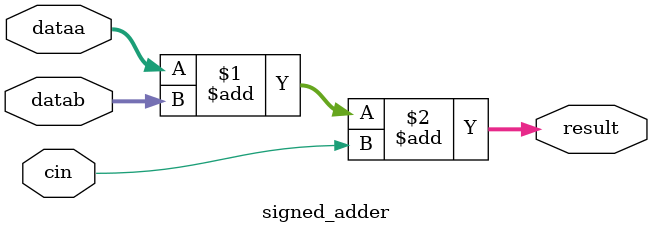
<source format=v>

module signed_adder
#(parameter WIDTH=16)
(
	input signed [WIDTH-1:0] dataa,
	input signed [WIDTH-1:0] datab,
	input cin,
	output [WIDTH:0] result
);

	assign result = dataa + datab + cin;

endmodule

</source>
